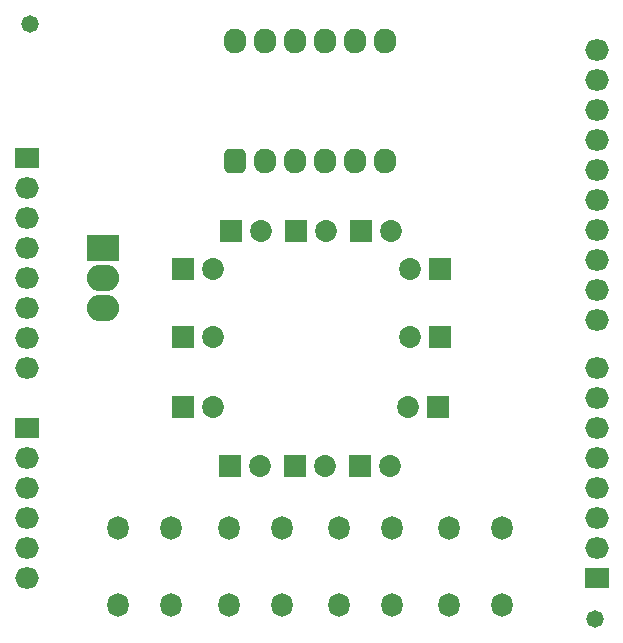
<source format=gbs>
G04*
G04 #@! TF.GenerationSoftware,Altium Limited,Altium Designer,18.1.6 (161)*
G04*
G04 Layer_Color=16711935*
%FSTAX24Y24*%
%MOIN*%
G70*
G01*
G75*
%ADD25O,0.1080X0.0880*%
%ADD26R,0.1080X0.0880*%
%ADD27R,0.0789X0.0710*%
%ADD28O,0.0789X0.0710*%
%ADD29C,0.0730*%
%ADD30R,0.0730X0.0730*%
%ADD31O,0.0710X0.0789*%
G04:AMPARAMS|DCode=32|XSize=74.9mil|YSize=82.8mil|CornerRadius=20.7mil|HoleSize=0mil|Usage=FLASHONLY|Rotation=0.000|XOffset=0mil|YOffset=0mil|HoleType=Round|Shape=RoundedRectangle|*
%AMROUNDEDRECTD32*
21,1,0.0749,0.0413,0,0,0.0*
21,1,0.0335,0.0828,0,0,0.0*
1,1,0.0415,0.0167,-0.0207*
1,1,0.0415,-0.0167,-0.0207*
1,1,0.0415,-0.0167,0.0207*
1,1,0.0415,0.0167,0.0207*
%
%ADD32ROUNDEDRECTD32*%
%ADD33O,0.0749X0.0828*%
%ADD34C,0.0580*%
D25*
X031463Y03025D02*
D03*
Y03125D02*
D03*
D26*
Y03225D02*
D03*
D27*
X047904Y021234D02*
D03*
X028904Y035234D02*
D03*
Y026234D02*
D03*
D28*
X047904Y022234D02*
D03*
Y023234D02*
D03*
Y024234D02*
D03*
Y025234D02*
D03*
Y026234D02*
D03*
Y027234D02*
D03*
Y028234D02*
D03*
X028904Y034234D02*
D03*
Y033234D02*
D03*
Y032234D02*
D03*
Y031234D02*
D03*
Y030234D02*
D03*
Y029234D02*
D03*
Y028234D02*
D03*
Y021234D02*
D03*
Y022234D02*
D03*
Y023234D02*
D03*
Y024234D02*
D03*
Y025234D02*
D03*
X047904Y029833D02*
D03*
Y030833D02*
D03*
Y031833D02*
D03*
Y032833D02*
D03*
Y033833D02*
D03*
Y034833D02*
D03*
Y035833D02*
D03*
Y036833D02*
D03*
Y037833D02*
D03*
Y038833D02*
D03*
D29*
X038853Y024974D02*
D03*
X041691Y029281D02*
D03*
X035113Y029281D02*
D03*
X038892Y032825D02*
D03*
X036687Y024974D02*
D03*
X041691Y031545D02*
D03*
X035113Y031545D02*
D03*
X036727Y032825D02*
D03*
X041018Y024974D02*
D03*
X041605Y026943D02*
D03*
X035113D02*
D03*
X041057Y032825D02*
D03*
D30*
X037853Y024974D02*
D03*
X042691Y029281D02*
D03*
X034113Y029281D02*
D03*
X037892Y032825D02*
D03*
X035687Y024974D02*
D03*
X042691Y031545D02*
D03*
X034113Y031545D02*
D03*
X035727Y032825D02*
D03*
X040018Y024974D02*
D03*
X042605Y026943D02*
D03*
X034113D02*
D03*
X040057Y032825D02*
D03*
D31*
X042983Y022907D02*
D03*
X044754D02*
D03*
Y020348D02*
D03*
X042983D02*
D03*
X039308Y022907D02*
D03*
X04108D02*
D03*
Y020348D02*
D03*
X039308D02*
D03*
X035634Y022907D02*
D03*
X037405D02*
D03*
Y020348D02*
D03*
X035634D02*
D03*
X031959Y022907D02*
D03*
X033731D02*
D03*
Y020348D02*
D03*
X031959D02*
D03*
D32*
X035853Y035156D02*
D03*
D33*
X036853D02*
D03*
X037853D02*
D03*
X038853D02*
D03*
X039853D02*
D03*
X040853D02*
D03*
Y039156D02*
D03*
X039853D02*
D03*
X038853D02*
D03*
X037853D02*
D03*
X036853D02*
D03*
X035853D02*
D03*
D34*
X029002Y039715D02*
D03*
X047852Y019881D02*
D03*
M02*

</source>
